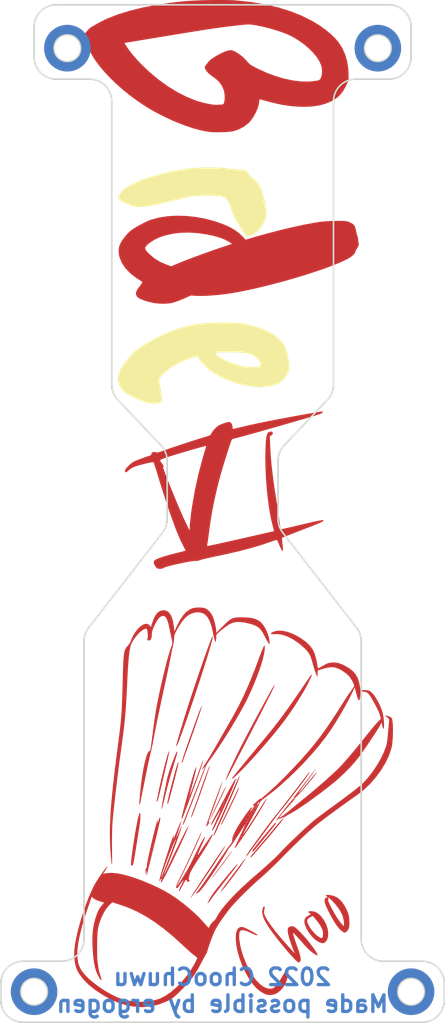
<source format=kicad_pcb>
(kicad_pcb (version 20211014) (generator pcbnew)
  (title_block (title "birdiemcubatcover") (rev "v1.0.0") (company "Unknown"))
  (layers (0 "F.Cu" signal) (31 "B.Cu" signal) (34 "B.Paste" user) (35 "F.Paste" user) (36 "B.SilkS" user "B.Silkscreen") (37 "F.SilkS" user "F.Silkscreen") (38 "B.Mask" user) (39 "F.Mask" user) (44 "Edge.Cuts" user))
  (net 0 "")
  (footprint "kbd:M2_Hole_TH" (layer "F.Cu") (at 195.38 151.670272)
    (fp_text reference "REF**" hide)
    (fp_text value "M2_Hole_TH" hide)
  )
  (footprint "pictocomponent:shuttle30" (layer "F.Cu") (at 212.956645 134.700835)
    (fp_text reference "G***" hide)
    (fp_text value "LOGO" hide)
  )
  (footprint "" (layer "F.Cu") (at 229.38 151.670272)
    (fp_text reference "")
    (fp_text value "")
  )
  (footprint "" (layer "F.Cu") (at 198.38 66.670272)
    (fp_text reference "")
    (fp_text value "")
  )
  (footprint "pictocomponent:irdie30mask" (layer "F.Cu") (at 212.41 86.22)
    (fp_text reference "G***" hide)
    (fp_text value "LOGO" hide)
  )
  (footprint "" (layer "F.Cu") (at 226.38 66.670272)
    (fp_text reference "")
    (fp_text value "")
  )
  (gr_line (start 222.38 96.967149) (end 222.38 71.463438) (layer "Edge.Cuts") (width 0.15))
  (gr_line (start 199.88 146.924465) (end 199.88 120.11) (layer "Edge.Cuts") (width 0.15))
  (gr_arc (start 206.832708 102.468995) (mid 207.238147 103.103845) (end 207.38 103.843637) (layer "Edge.Cuts") (width 0.15))
  (gr_circle (center 226.38 66.670272) (end 227.58 66.670272) (layer "Edge.Cuts") (width 0.15) (fill none))
  (gr_arc (start 192.38 150.924465) (mid 192.965786 149.510251) (end 194.38 148.924465) (layer "Edge.Cuts") (width 0.15))
  (gr_circle (center 198.38 66.670272) (end 199.58 66.670272) (layer "Edge.Cuts") (width 0.15) (fill none))
  (gr_arc (start 224.45951 118.883155) (mid 224.771959 119.461548) (end 224.88 120.11) (layer "Edge.Cuts") (width 0.15))
  (gr_arc (start 222.38 96.96715) (mid 222.238146 97.706942) (end 221.832707 98.341791) (layer "Edge.Cuts") (width 0.15))
  (gr_arc (start 217.38 103.843637) (mid 217.521854 103.103845) (end 217.927292 102.468995) (layer "Edge.Cuts") (width 0.15))
  (gr_arc (start 229.38 67.463438) (mid 228.794214 68.877652) (end 227.38 69.463438) (layer "Edge.Cuts") (width 0.15))
  (gr_arc (start 230.38 148.924465) (mid 231.794214 149.510251) (end 232.38 150.924465) (layer "Edge.Cuts") (width 0.15))
  (gr_circle (center 195.38 151.670272) (end 196.58 151.670272) (layer "Edge.Cuts") (width 0.15) (fill none))
  (gr_arc (start 207.379999 109.083116) (mid 207.271958 109.731568) (end 206.959509 110.309961) (layer "Edge.Cuts") (width 0.15))
  (gr_line (start 207.38 103.843637) (end 207.38 109.083116) (layer "Edge.Cuts") (width 0.15))
  (gr_arc (start 199.88 146.924465) (mid 199.294214 148.338679) (end 197.88 148.924465) (layer "Edge.Cuts") (width 0.15))
  (gr_arc (start 195.38 64.763438) (mid 195.965786 63.349224) (end 197.38 62.763438) (layer "Edge.Cuts") (width 0.15))
  (gr_arc (start 197.38 69.463438) (mid 195.965786 68.877652) (end 195.38 67.463438) (layer "Edge.Cuts") (width 0.15))
  (gr_arc (start 217.80049 110.309961) (mid 217.488041 109.731568) (end 217.38 109.083116) (layer "Edge.Cuts") (width 0.15))
  (gr_arc (start 199.88 120.110001) (mid 199.988041 119.461548) (end 200.30049 118.883155) (layer "Edge.Cuts") (width 0.15))
  (gr_arc (start 232.38 152.424465) (mid 231.794214 153.838679) (end 230.38 154.424465) (layer "Edge.Cuts") (width 0.15))
  (gr_line (start 230.38 148.924465) (end 226.88 148.924465) (layer "Edge.Cuts") (width 0.15))
  (gr_line (start 197.38 69.463438) (end 200.38 69.463438) (layer "Edge.Cuts") (width 0.15))
  (gr_line (start 202.927292 98.341791) (end 206.832707 102.468995) (layer "Edge.Cuts") (width 0.15))
  (gr_circle (center 229.38 151.670272) (end 230.58 151.670272) (layer "Edge.Cuts") (width 0.15) (fill none))
  (gr_line (start 195.38 64.763438) (end 195.38 67.463438) (layer "Edge.Cuts") (width 0.15))
  (gr_line (start 192.38 150.924465) (end 192.38 152.424465) (layer "Edge.Cuts") (width 0.15))
  (gr_line (start 200.30049 118.883155) (end 206.959509 110.309961) (layer "Edge.Cuts") (width 0.15))
  (gr_arc (start 200.38 69.463438) (mid 201.794214 70.049224) (end 202.38 71.463438) (layer "Edge.Cuts") (width 0.15))
  (gr_line (start 229.38 67.463438) (end 229.38 64.763438) (layer "Edge.Cuts") (width 0.15))
  (gr_line (start 232.38 152.424465) (end 232.38 150.924465) (layer "Edge.Cuts") (width 0.15))
  (gr_arc (start 226.88 148.924465) (mid 225.465786 148.338679) (end 224.88 146.924465) (layer "Edge.Cuts") (width 0.15))
  (gr_line (start 217.80049 110.309961) (end 224.459509 118.883155) (layer "Edge.Cuts") (width 0.15))
  (gr_line (start 217.927292 102.468995) (end 221.832707 98.341791) (layer "Edge.Cuts") (width 0.15))
  (gr_arc (start 202.927292 98.341791) (mid 202.521853 97.706941) (end 202.38 96.967149) (layer "Edge.Cuts") (width 0.15))
  (gr_arc (start 227.38 62.763438) (mid 228.794214 63.349224) (end 229.38 64.763438) (layer "Edge.Cuts") (width 0.15))
  (gr_line (start 197.88 148.924465) (end 194.38 148.924465) (layer "Edge.Cuts") (width 0.15))
  (gr_line (start 224.88 146.924465) (end 224.88 120.11) (layer "Edge.Cuts") (width 0.15))
  (gr_arc (start 194.38 154.424465) (mid 192.965786 153.838679) (end 192.38 152.424465) (layer "Edge.Cuts") (width 0.15))
  (gr_line (start 217.38 109.083116) (end 217.38 103.843637) (layer "Edge.Cuts") (width 0.15))
  (gr_line (start 202.38 71.463438) (end 202.38 96.967149) (layer "Edge.Cuts") (width 0.15))
  (gr_line (start 194.38 154.424465) (end 230.38 154.424465) (layer "Edge.Cuts") (width 0.15))
  (gr_arc (start 222.38 71.463438) (mid 222.965786 70.049224) (end 224.38 69.463438) (layer "Edge.Cuts") (width 0.15))
  (gr_line (start 224.38 69.463438) (end 227.38 69.463438) (layer "Edge.Cuts") (width 0.15))
  (gr_line (start 197.38 62.763438) (end 227.38 62.763438) (layer "Edge.Cuts") (width 0.15))
  (gr_text "2022 ChooChuwu\nMade possible by ergogen" (at 212.36 151.56) (layer "B.Cu") (effects (font (size 1.5 1.5) (thickness 0.3)) (justify mirror)))
)
</source>
